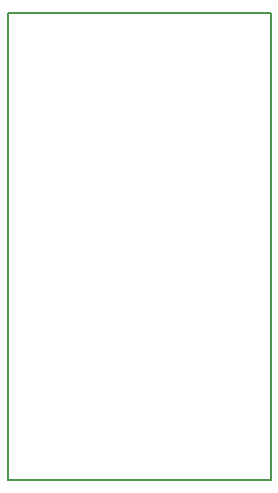
<source format=gm1>
G04 #@! TF.GenerationSoftware,KiCad,Pcbnew,5.1.5*
G04 #@! TF.CreationDate,2020-04-17T15:57:54+02:00*
G04 #@! TF.ProjectId,eco_charger_ltc3105,65636f5f-6368-4617-9267-65725f6c7463,rev?*
G04 #@! TF.SameCoordinates,Original*
G04 #@! TF.FileFunction,Profile,NP*
%FSLAX46Y46*%
G04 Gerber Fmt 4.6, Leading zero omitted, Abs format (unit mm)*
G04 Created by KiCad (PCBNEW 5.1.5) date 2020-04-17 15:57:54*
%MOMM*%
%LPD*%
G04 APERTURE LIST*
%ADD10C,0.150000*%
G04 APERTURE END LIST*
D10*
X137351100Y-124803600D02*
X159651100Y-124803600D01*
X159651100Y-124803600D02*
X159651100Y-85203600D01*
X159651100Y-85203600D02*
X137351100Y-85203600D01*
X137351100Y-85203600D02*
X137351100Y-124803600D01*
M02*

</source>
